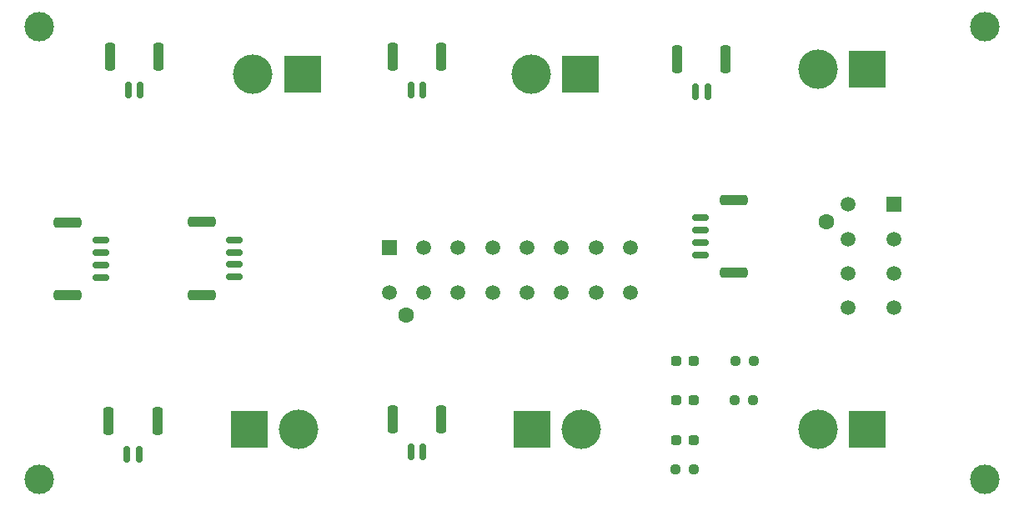
<source format=gts>
G04 #@! TF.GenerationSoftware,KiCad,Pcbnew,8.0.4*
G04 #@! TF.CreationDate,2025-02-21T00:52:45-06:00*
G04 #@! TF.ProjectId,Turret,54757272-6574-42e6-9b69-6361645f7063,rev?*
G04 #@! TF.SameCoordinates,Original*
G04 #@! TF.FileFunction,Soldermask,Top*
G04 #@! TF.FilePolarity,Negative*
%FSLAX46Y46*%
G04 Gerber Fmt 4.6, Leading zero omitted, Abs format (unit mm)*
G04 Created by KiCad (PCBNEW 8.0.4) date 2025-02-21 00:52:45*
%MOMM*%
%LPD*%
G01*
G04 APERTURE LIST*
G04 Aperture macros list*
%AMRoundRect*
0 Rectangle with rounded corners*
0 $1 Rounding radius*
0 $2 $3 $4 $5 $6 $7 $8 $9 X,Y pos of 4 corners*
0 Add a 4 corners polygon primitive as box body*
4,1,4,$2,$3,$4,$5,$6,$7,$8,$9,$2,$3,0*
0 Add four circle primitives for the rounded corners*
1,1,$1+$1,$2,$3*
1,1,$1+$1,$4,$5*
1,1,$1+$1,$6,$7*
1,1,$1+$1,$8,$9*
0 Add four rect primitives between the rounded corners*
20,1,$1+$1,$2,$3,$4,$5,0*
20,1,$1+$1,$4,$5,$6,$7,0*
20,1,$1+$1,$6,$7,$8,$9,0*
20,1,$1+$1,$8,$9,$2,$3,0*%
G04 Aperture macros list end*
%ADD10RoundRect,0.150000X-0.150000X-0.700000X0.150000X-0.700000X0.150000X0.700000X-0.150000X0.700000X0*%
%ADD11RoundRect,0.250000X-0.250000X-1.150000X0.250000X-1.150000X0.250000X1.150000X-0.250000X1.150000X0*%
%ADD12C,1.600000*%
%ADD13R,1.520000X1.520000*%
%ADD14C,1.520000*%
%ADD15RoundRect,0.237500X-0.287500X-0.237500X0.287500X-0.237500X0.287500X0.237500X-0.287500X0.237500X0*%
%ADD16R,3.800000X3.800000*%
%ADD17C,4.000000*%
%ADD18RoundRect,0.150000X-0.700000X0.150000X-0.700000X-0.150000X0.700000X-0.150000X0.700000X0.150000X0*%
%ADD19RoundRect,0.250000X-1.150000X0.250000X-1.150000X-0.250000X1.150000X-0.250000X1.150000X0.250000X0*%
%ADD20C,3.000000*%
%ADD21RoundRect,0.150000X0.700000X-0.150000X0.700000X0.150000X-0.700000X0.150000X-0.700000X-0.150000X0*%
%ADD22RoundRect,0.250000X1.150000X-0.250000X1.150000X0.250000X-1.150000X0.250000X-1.150000X-0.250000X0*%
%ADD23RoundRect,0.237500X0.250000X0.237500X-0.250000X0.237500X-0.250000X-0.237500X0.250000X-0.237500X0*%
%ADD24RoundRect,0.237500X-0.250000X-0.237500X0.250000X-0.237500X0.250000X0.237500X-0.250000X0.237500X0*%
G04 APERTURE END LIST*
D10*
X82189000Y-81328000D03*
X83439000Y-81328000D03*
D11*
X80339000Y-77978000D03*
X85289000Y-77978000D03*
D12*
X124370000Y-57950001D03*
D13*
X131200000Y-56200001D03*
D14*
X131200000Y-59700001D03*
X131200000Y-63200000D03*
X131200000Y-66700001D03*
X126600000Y-56200001D03*
X126600000Y-59700001D03*
X126600000Y-63200001D03*
X126600000Y-66700001D03*
D15*
X109125001Y-80100000D03*
X110874999Y-80100000D03*
D10*
X111073000Y-44752000D03*
X112323000Y-44752000D03*
D11*
X109223000Y-41402000D03*
X114173000Y-41402000D03*
D15*
X109125001Y-72100000D03*
X110874999Y-72100000D03*
D16*
X71167000Y-42926000D03*
D17*
X66167000Y-42926000D03*
D18*
X111633000Y-57561000D03*
X111633000Y-58811000D03*
X111633000Y-60061000D03*
X111633000Y-61311000D03*
D19*
X114983000Y-55711000D03*
X114983000Y-63161000D03*
D10*
X53487000Y-44577000D03*
X54737000Y-44577000D03*
D11*
X51637000Y-41227000D03*
X56587000Y-41227000D03*
D15*
X109125001Y-76100000D03*
X110874999Y-76100000D03*
D20*
X44450000Y-38100000D03*
D10*
X53360000Y-81534000D03*
X54610000Y-81534000D03*
D11*
X51510000Y-78184000D03*
X56460000Y-78184000D03*
D16*
X128500000Y-42500000D03*
D17*
X123500000Y-42500000D03*
D21*
X64307000Y-63552000D03*
X64307000Y-62302000D03*
X64307000Y-61052000D03*
X64307000Y-59802000D03*
D22*
X60957000Y-65402000D03*
X60957000Y-57952000D03*
D23*
X116912500Y-76100000D03*
X115087500Y-76100000D03*
D16*
X99441000Y-42926000D03*
D17*
X94441000Y-42926000D03*
D20*
X140450000Y-38100000D03*
D24*
X109087500Y-83100000D03*
X110912500Y-83100000D03*
D20*
X140450000Y-84100000D03*
D16*
X128500000Y-79000000D03*
D17*
X123500000Y-79000000D03*
D12*
X81745000Y-67409000D03*
D13*
X79995000Y-60579000D03*
D14*
X83495000Y-60579000D03*
X86995000Y-60579000D03*
X90495000Y-60579000D03*
X93995000Y-60579000D03*
X97495000Y-60579000D03*
X100995000Y-60579000D03*
X104495000Y-60579000D03*
X79995000Y-65179000D03*
X83495000Y-65179000D03*
X86995000Y-65179000D03*
X90495000Y-65179000D03*
X93995000Y-65179000D03*
X97495000Y-65179000D03*
X100995000Y-65179000D03*
X104495000Y-65179000D03*
D16*
X65750000Y-78994000D03*
D17*
X70750000Y-78994000D03*
D16*
X94500000Y-78994000D03*
D17*
X99500000Y-78994000D03*
D23*
X117000000Y-72080000D03*
X115175000Y-72080000D03*
D10*
X82189000Y-44577000D03*
X83439000Y-44577000D03*
D11*
X80339000Y-41227000D03*
X85289000Y-41227000D03*
D21*
X50718000Y-63597000D03*
X50718000Y-62347000D03*
X50718000Y-61097000D03*
X50718000Y-59847000D03*
D22*
X47368000Y-65447000D03*
X47368000Y-57997000D03*
D20*
X44450000Y-84100000D03*
M02*

</source>
